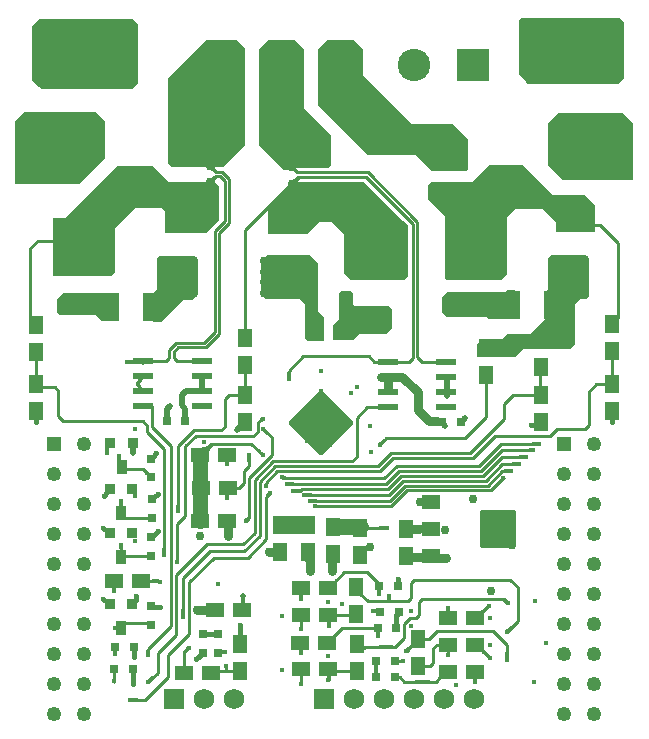
<source format=gbl>
G04 Layer_Physical_Order=4*
G04 Layer_Color=16711680*
%FSLAX25Y25*%
%MOIN*%
G70*
G01*
G75*
%ADD14R,0.06000X0.05000*%
%ADD25R,0.05000X0.06000*%
%ADD26R,0.02756X0.03150*%
%ADD27C,0.01155*%
%ADD28C,0.01000*%
%ADD29C,0.01116*%
%ADD30C,0.01100*%
%ADD31C,0.02000*%
%ADD33C,0.03000*%
%ADD34C,0.05000*%
%ADD35C,0.01800*%
%ADD36C,0.01575*%
%ADD42C,0.06000*%
%ADD43R,0.10827X0.10827*%
%ADD44C,0.10827*%
%ADD45R,0.04921X0.04921*%
%ADD46C,0.04921*%
%ADD47C,0.06890*%
%ADD48R,0.06890X0.06890*%
%ADD49C,0.01969*%
%ADD50C,0.02953*%
%ADD51C,0.01772*%
%ADD52R,0.06299X0.04724*%
G04:AMPARAMS|DCode=53|XSize=129.92mil|YSize=118.11mil|CornerRadius=5.91mil|HoleSize=0mil|Usage=FLASHONLY|Rotation=90.000|XOffset=0mil|YOffset=0mil|HoleType=Round|Shape=RoundedRectangle|*
%AMROUNDEDRECTD53*
21,1,0.12992,0.10630,0,0,90.0*
21,1,0.11811,0.11811,0,0,90.0*
1,1,0.01181,0.05315,0.05906*
1,1,0.01181,0.05315,-0.05906*
1,1,0.01181,-0.05315,-0.05906*
1,1,0.01181,-0.05315,0.05906*
%
%ADD53ROUNDEDRECTD53*%
%ADD54R,0.03600X0.03600*%
%ADD55R,0.03600X0.05000*%
%ADD56R,0.03740X0.09646*%
%ADD57R,0.03150X0.02756*%
%ADD58R,0.07087X0.02362*%
G04:AMPARAMS|DCode=59|XSize=157.48mil|YSize=157.48mil|CornerRadius=7.87mil|HoleSize=0mil|Usage=FLASHONLY|Rotation=225.000|XOffset=0mil|YOffset=0mil|HoleType=Round|Shape=RoundedRectangle|*
%AMROUNDEDRECTD59*
21,1,0.15748,0.14173,0,0,225.0*
21,1,0.14173,0.15748,0,0,225.0*
1,1,0.01575,-0.10022,0.00000*
1,1,0.01575,0.00000,0.10022*
1,1,0.01575,0.10022,0.00000*
1,1,0.01575,0.00000,-0.10022*
%
%ADD59ROUNDEDRECTD59*%
%ADD60C,0.05315*%
%ADD61C,0.03500*%
G36*
X48456Y39294D02*
X48457Y39263D01*
X48473Y39184D01*
X48492Y39117D01*
X48513Y39064D01*
X48537Y39025D01*
X47133D01*
X47156Y39064D01*
X47177Y39117D01*
X47196Y39184D01*
X47212Y39265D01*
X47226Y39360D01*
X47237Y39492D01*
X47255Y40289D01*
X47257Y40928D01*
X48412D01*
X48456Y39294D01*
D02*
G37*
G36*
X136899Y40857D02*
X136878Y40804D01*
X136859Y40737D01*
X136843Y40656D01*
X136829Y40562D01*
X136818Y40430D01*
X136800Y39632D01*
X136798Y38994D01*
X135643D01*
X135598Y40658D01*
X135582Y40737D01*
X135563Y40804D01*
X135542Y40857D01*
X135519Y40897D01*
X136922D01*
X136899Y40857D01*
D02*
G37*
G36*
X111800Y41033D02*
X111853Y41012D01*
X111920Y40993D01*
X112001Y40977D01*
X112096Y40963D01*
X112327Y40943D01*
X112608Y40936D01*
X113287Y40932D01*
Y39777D01*
X112533Y39770D01*
X112001Y39732D01*
X111920Y39716D01*
X111853Y39697D01*
X111800Y39676D01*
X111761Y39652D01*
Y41056D01*
X111800Y41033D01*
D02*
G37*
G36*
X68640Y44499D02*
X68593Y44411D01*
X68550Y44313D01*
X68514Y44205D01*
X68501Y44156D01*
X68484Y44048D01*
X68445Y43624D01*
X68415Y42728D01*
X68413Y42361D01*
X67413D01*
X67411Y42728D01*
X67319Y44181D01*
X67313Y44205D01*
X67276Y44313D01*
X67234Y44411D01*
X67187Y44499D01*
X67133Y44577D01*
X68693D01*
X68640Y44499D01*
D02*
G37*
G36*
X150073Y41142D02*
X149987Y41139D01*
X149898Y41124D01*
X149833Y41106D01*
X149730Y41055D01*
X149602Y40975D01*
X149456Y40870D01*
X149113Y40586D01*
X148700Y40203D01*
X148468Y39974D01*
X148307Y39813D01*
X147439Y40578D01*
X147646Y40785D01*
D01*
X147646Y40785D01*
X147847Y40987D01*
X147864Y40972D01*
X148322Y41363D01*
X148272Y41412D01*
X149250Y42282D01*
X150073Y41142D01*
D02*
G37*
G36*
X97079Y36114D02*
X97095Y36034D01*
X97114Y35967D01*
X97135Y35914D01*
X97159Y35875D01*
X95755D01*
X95778Y35914D01*
X95800Y35967D01*
X95818Y36034D01*
X95834Y36115D01*
X95848Y36210D01*
X95859Y36342D01*
X95877Y37139D01*
X95879Y37778D01*
X97034D01*
X97079Y36114D01*
D02*
G37*
G36*
X99503Y32403D02*
X99425Y32328D01*
X99356Y32268D01*
X99294Y32223D01*
X99241Y32192D01*
X99196Y32175D01*
X99160Y32173D01*
X99131Y32186D01*
X99111Y32213D01*
X99098Y32255D01*
X99094Y32311D01*
X97778Y32299D01*
X97780Y32303D01*
X97790Y32316D01*
X97837Y32366D01*
X98186Y32719D01*
X99503Y32403D01*
D02*
G37*
G36*
X123882Y29143D02*
X124630Y28336D01*
X123940Y27779D01*
X124004Y27710D01*
X123827Y27565D01*
X123825Y27560D01*
X123812Y27530D01*
X123796Y27505D01*
X123779Y27485D01*
X123770Y27519D01*
X122982Y26873D01*
X122209Y28049D01*
X122303Y28048D01*
X122381Y28056D01*
X122447Y28074D01*
X122566Y28126D01*
X122702Y28203D01*
X122852Y28304D01*
X123019Y28430D01*
X123400Y28758D01*
X123844Y29184D01*
X123849Y29178D01*
X123882Y29210D01*
X123882Y29143D01*
D02*
G37*
G36*
X113471Y34431D02*
X113476Y33349D01*
X113476Y33304D01*
X113516Y32611D01*
X113526Y32587D01*
X112124Y32665D01*
X112161Y32716D01*
X112193Y32778D01*
X112222Y32853D01*
X112226Y32868D01*
X112240Y32929D01*
X112260Y33060D01*
X112291Y33409D01*
X112315Y34146D01*
X112316Y34449D01*
X113471Y34431D01*
D02*
G37*
G36*
X88004Y35875D02*
X88024Y35129D01*
X88040Y35050D01*
X88059Y34983D01*
X88080Y34930D01*
X88103Y34891D01*
X86700D01*
X86723Y34930D01*
X86744Y34983D01*
X86763Y35050D01*
X86779Y35131D01*
X86793Y35226D01*
X86804Y35358D01*
X86822Y36155D01*
X86824Y36794D01*
X87979D01*
X88004Y35875D01*
D02*
G37*
G36*
X157986Y34686D02*
X156842Y33477D01*
X156797Y33410D01*
X156763Y33349D01*
X156740Y33296D01*
X156729Y33252D01*
X155736Y34244D01*
X155781Y34256D01*
X155833Y34278D01*
X155894Y34312D01*
X155962Y34358D01*
X156039Y34416D01*
X156140Y34501D01*
X156717Y35052D01*
X157170Y35502D01*
X157986Y34686D01*
D02*
G37*
G36*
X155808Y44186D02*
X156132Y43905D01*
X156201Y43860D01*
X156261Y43826D01*
X156314Y43803D01*
X156358Y43792D01*
X155366Y42799D01*
X155355Y42844D01*
X155332Y42896D01*
X155298Y42957D01*
X155252Y43025D01*
X155195Y43102D01*
X155045Y43280D01*
X154839Y43497D01*
X154359Y43981D01*
X155176Y44798D01*
X155808Y44186D01*
D02*
G37*
G36*
X39843Y50882D02*
X39606Y49497D01*
X39529Y49572D01*
X39444Y49640D01*
X39432Y49648D01*
X39398Y49668D01*
X39272Y49721D01*
X39119Y49767D01*
X38939Y49806D01*
X38730Y49837D01*
X38231Y49880D01*
X37622Y49894D01*
X37649Y50894D01*
X38534Y50852D01*
X38535Y50894D01*
X39843Y50882D01*
D02*
G37*
G36*
X113329Y50074D02*
X111823Y50086D01*
X111796Y50089D01*
X111766Y50098D01*
X111733Y50112D01*
X111696Y50131D01*
X111657Y50157D01*
X111615Y50187D01*
X111521Y50266D01*
X111415Y50367D01*
X112920Y50495D01*
X113329Y50074D01*
D02*
G37*
G36*
X46532Y58698D02*
X46627Y57284D01*
X46629Y57276D01*
X46659Y57196D01*
X46694Y57127D01*
X46732Y57069D01*
X45328D01*
X45367Y57127D01*
X45401Y57196D01*
X45431Y57276D01*
X45458Y57367D01*
X45478Y57463D01*
X45485Y57516D01*
X45519Y58128D01*
X45530Y59032D01*
X46530D01*
X46532Y58698D01*
D02*
G37*
G36*
X27942Y61822D02*
X27921Y61769D01*
X27902Y61702D01*
X27886Y61621D01*
X27872Y61526D01*
X27852Y61295D01*
X27841Y60844D01*
X26686D01*
X26685Y61008D01*
X26641Y61621D01*
X26625Y61702D01*
X26607Y61769D01*
X26586Y61822D01*
X26562Y61861D01*
X27966D01*
X27942Y61822D01*
D02*
G37*
G36*
X42257Y59834D02*
X42272Y59755D01*
X42291Y59688D01*
X42312Y59635D01*
X42336Y59596D01*
X40932D01*
X40956Y59635D01*
X40977Y59688D01*
X40995Y59755D01*
X41012Y59836D01*
X41025Y59931D01*
X41037Y60062D01*
X41054Y60860D01*
X41056Y61498D01*
X42211D01*
X42257Y59834D01*
D02*
G37*
G36*
X99601Y50359D02*
X99181Y49951D01*
X98128Y50507D01*
X98131Y50512D01*
X98142Y50526D01*
X98226Y50615D01*
X98536Y50928D01*
X99601Y50359D01*
D02*
G37*
G36*
X87825Y45361D02*
X87827Y45267D01*
X87843Y45188D01*
X87862Y45121D01*
X87883Y45068D01*
X87907Y45028D01*
X86503D01*
X86526Y45068D01*
X86548Y45121D01*
X86566Y45188D01*
X86582Y45269D01*
X86596Y45364D01*
X86607Y45496D01*
X86625Y46293D01*
X86627Y46931D01*
X87782D01*
X87825Y45361D01*
D02*
G37*
G36*
X117312Y44893D02*
X117291Y44840D01*
X117272Y44773D01*
X117256Y44692D01*
X117243Y44597D01*
X117223Y44366D01*
X117211Y43915D01*
X116056D01*
X116055Y44079D01*
X116012Y44692D01*
X115995Y44773D01*
X115977Y44840D01*
X115956Y44893D01*
X115932Y44932D01*
X117336D01*
X117312Y44893D01*
D02*
G37*
G36*
X108200Y45595D02*
X108245Y45576D01*
X108298Y45544D01*
X108360Y45497D01*
X108429Y45436D01*
X108507Y45361D01*
X107162Y45072D01*
X106754Y45493D01*
X108098Y45480D01*
X108102Y45531D01*
X108115Y45568D01*
X108135Y45591D01*
X108164Y45600D01*
X108200Y45595D01*
D02*
G37*
G36*
X25304Y49020D02*
X25384Y47659D01*
X25402Y47598D01*
X25432Y47518D01*
X25467Y47449D01*
X25505Y47391D01*
X24101D01*
X24140Y47449D01*
X24174Y47518D01*
X24204Y47598D01*
X24230Y47689D01*
X24245Y47757D01*
X24255Y47837D01*
X24282Y48213D01*
X24303Y49353D01*
X25303D01*
X25304Y49020D01*
D02*
G37*
G36*
X113836Y46733D02*
X113846Y46696D01*
X113867Y46643D01*
X113891Y46603D01*
X112487D01*
X112511Y46643D01*
X112532Y46696D01*
X112550Y46763D01*
X112567Y46844D01*
X112579Y46932D01*
X112600Y47365D01*
X112611Y48506D01*
X113767D01*
X113836Y46733D01*
D02*
G37*
G36*
X116229Y29123D02*
X116282Y29102D01*
X116349Y29083D01*
X116430Y29067D01*
X116525Y29054D01*
X116657Y29042D01*
X117455Y29024D01*
X118093Y29022D01*
Y27867D01*
X116429Y27822D01*
X116349Y27806D01*
X116282Y27788D01*
X116229Y27767D01*
X116190Y27743D01*
Y29147D01*
X116229Y29123D01*
D02*
G37*
G36*
X25600Y19353D02*
X25636Y18039D01*
X25646Y17698D01*
X25647Y17687D01*
X25664Y17603D01*
X25684Y17532D01*
X25706Y17474D01*
X25732Y17429D01*
X24330Y17508D01*
X24381Y17575D01*
X24427Y17652D01*
X24467Y17738D01*
X24499Y17824D01*
X24500Y17829D01*
X24527Y17975D01*
X24549Y18151D01*
X24582Y18595D01*
X24600Y19491D01*
X25600Y19353D01*
D02*
G37*
G36*
X145990Y17644D02*
X145993Y17532D01*
X145997Y17413D01*
X146012Y17334D01*
X146031Y17267D01*
X146052Y17213D01*
X146076Y17174D01*
X144672D01*
X144696Y17213D01*
X144717Y17267D01*
X144736Y17334D01*
X144752Y17414D01*
X144765Y17509D01*
X144777Y17641D01*
X144795Y18439D01*
X144797Y19077D01*
X145951D01*
X145990Y17644D01*
D02*
G37*
G36*
X97329Y19755D02*
X97161Y18910D01*
X97159Y18902D01*
X97329Y18869D01*
X97012Y17571D01*
X95786Y18039D01*
X95678Y18065D01*
X95772Y18143D01*
X95857Y18245D01*
X95931Y18373D01*
X95996Y18527D01*
X96050Y18706D01*
X96095Y18910D01*
X96130Y19139D01*
X96155Y19394D01*
X96175Y19980D01*
X97329Y19755D01*
D02*
G37*
G36*
X63036Y21321D02*
X63008Y21265D01*
X62983Y21198D01*
X62961Y21119D01*
X62943Y21028D01*
X62928Y20925D01*
X62908Y20685D01*
X62902Y20397D01*
X62149D01*
X62205Y20200D01*
Y19700D01*
X60998Y20700D01*
X61760Y20713D01*
X61888Y20722D01*
X61875Y20925D01*
X61860Y21028D01*
X61842Y21119D01*
X61820Y21198D01*
X61795Y21265D01*
X61767Y21321D01*
X61735Y21365D01*
X63068D01*
X63036Y21321D01*
D02*
G37*
G36*
X112883Y20385D02*
X112862Y20332D01*
X112843Y20265D01*
X112827Y20184D01*
X112813Y20089D01*
X112802Y19957D01*
X112784Y19160D01*
X112782Y18521D01*
X111627D01*
X111582Y20186D01*
X111566Y20265D01*
X111548Y20332D01*
X111526Y20385D01*
X111503Y20424D01*
X112907D01*
X112883Y20385D01*
D02*
G37*
G36*
X133786Y17504D02*
X133783Y17499D01*
X133771Y17485D01*
X133686Y17395D01*
X133378Y17084D01*
X132923Y18262D01*
X133343Y18670D01*
X133786Y17504D01*
D02*
G37*
G36*
X127854Y16732D02*
X127314Y16030D01*
X127275Y16054D01*
X127222Y16075D01*
X127155Y16094D01*
X127075Y16110D01*
X125411Y16155D01*
Y17310D01*
X126049Y17312D01*
X126847Y17330D01*
X126979Y17341D01*
X127074Y17355D01*
X127155Y17371D01*
X127222Y17389D01*
X127275Y17411D01*
X127314Y17434D01*
X127854Y16732D01*
D02*
G37*
G36*
X30993Y11407D02*
X31046Y11385D01*
X31113Y11367D01*
X31194Y11351D01*
X31289Y11337D01*
X31421Y11326D01*
X32218Y11308D01*
X32857Y11306D01*
Y10151D01*
X31192Y10106D01*
X31113Y10090D01*
X31046Y10071D01*
X30993Y10050D01*
X30954Y10026D01*
Y11430D01*
X30993Y11407D01*
D02*
G37*
G36*
X128434Y17411D02*
X128487Y17389D01*
X128554Y17371D01*
X128635Y17355D01*
X128730Y17341D01*
X128862Y17330D01*
X129659Y17312D01*
X130298Y17310D01*
Y16155D01*
X128633Y16110D01*
X128554Y16094D01*
X128487Y16075D01*
X128434Y16054D01*
X128395Y16030D01*
X127854Y16732D01*
X128395Y17434D01*
X128434Y17411D01*
D02*
G37*
G36*
X38553Y18052D02*
X37409Y16843D01*
X37364Y16776D01*
X37329Y16715D01*
X37307Y16662D01*
X37296Y16618D01*
X36303Y17611D01*
X36348Y17622D01*
X36400Y17644D01*
X36461Y17679D01*
X36529Y17724D01*
X36606Y17782D01*
X36707Y17867D01*
X37284Y18418D01*
X37737Y18868D01*
X38553Y18052D01*
D02*
G37*
G36*
X88023Y16854D02*
X88024Y16822D01*
X88040Y16743D01*
X88059Y16676D01*
X88080Y16623D01*
X88103Y16584D01*
X86700D01*
X86723Y16623D01*
X86744Y16676D01*
X86763Y16743D01*
X86779Y16824D01*
X86793Y16919D01*
X86804Y17051D01*
X86809Y17267D01*
X86822Y17848D01*
X86824Y18487D01*
X87979D01*
X88023Y16854D01*
D02*
G37*
G36*
X112840Y21681D02*
X112843Y21664D01*
X112862Y21597D01*
X112883Y21544D01*
X112907Y21505D01*
X111503D01*
X111526Y21544D01*
X111548Y21597D01*
X111566Y21664D01*
X111582Y21745D01*
X111596Y21840D01*
X111604Y21928D01*
X111618Y22268D01*
X111627Y23408D01*
X112782D01*
X112840Y21681D01*
D02*
G37*
G36*
X36898Y27181D02*
X36941Y26568D01*
X36957Y26487D01*
X36976Y26420D01*
X36997Y26367D01*
X37021Y26328D01*
X35617D01*
X35641Y26367D01*
X35662Y26420D01*
X35680Y26487D01*
X35697Y26568D01*
X35710Y26663D01*
X35730Y26894D01*
X35741Y27345D01*
X36896D01*
X36898Y27181D01*
D02*
G37*
G36*
X50114Y27271D02*
X50046Y27257D01*
X49973Y27233D01*
X49896Y27198D01*
X49837Y27162D01*
X49730Y27086D01*
X49468Y26872D01*
X49143Y26575D01*
X48754Y26196D01*
X48046Y26903D01*
X48246Y27106D01*
X49013Y27986D01*
X49048Y28045D01*
X49083Y28123D01*
X49108Y28196D01*
X49122Y28264D01*
X50114Y27271D01*
D02*
G37*
G36*
X25813Y26894D02*
X25820Y26665D01*
X25835Y26586D01*
X25854Y26519D01*
X25875Y26465D01*
X25899Y26426D01*
X24495D01*
X24519Y26465D01*
X24540Y26519D01*
X24558Y26586D01*
X24575Y26667D01*
X24588Y26761D01*
X24600Y26893D01*
X24617Y27691D01*
X24619Y28329D01*
X25774D01*
X25813Y26894D01*
D02*
G37*
G36*
X115109Y27743D02*
X115070Y27767D01*
X115017Y27788D01*
X114950Y27806D01*
X114869Y27823D01*
X114774Y27836D01*
X114642Y27848D01*
X113845Y27865D01*
X113206Y27867D01*
Y29022D01*
X113279Y29024D01*
X114871Y29068D01*
X114950Y29083D01*
X115017Y29102D01*
X115070Y29123D01*
X115109Y29147D01*
Y27743D01*
D02*
G37*
G36*
X87923Y27351D02*
X87926Y27255D01*
X87942Y27176D01*
X87960Y27109D01*
X87981Y27056D01*
X88005Y27017D01*
X86601D01*
X86625Y27056D01*
X86646Y27109D01*
X86665Y27176D01*
X86681Y27257D01*
X86695Y27352D01*
X86706Y27484D01*
X86724Y28281D01*
X86726Y28920D01*
X87881D01*
X87923Y27351D01*
D02*
G37*
G36*
X137002Y26903D02*
X137040Y26371D01*
X137056Y26290D01*
X137074Y26223D01*
X137096Y26170D01*
X137119Y26131D01*
X135715D01*
X135739Y26170D01*
X135760Y26223D01*
X135779Y26290D01*
X135795Y26371D01*
X135809Y26466D01*
X135829Y26697D01*
X135836Y26979D01*
X135840Y27657D01*
X136995D01*
X137002Y26903D01*
D02*
G37*
G36*
X54275Y25122D02*
X54271Y25116D01*
X54255Y25098D01*
X53718Y24554D01*
X52408Y25470D01*
X52977Y26027D01*
X54275Y25122D01*
D02*
G37*
G36*
X120621Y22822D02*
X120582Y22845D01*
X120529Y22866D01*
X120462Y22885D01*
X120381Y22901D01*
X120286Y22915D01*
X120154Y22926D01*
X119357Y22944D01*
X118718Y22946D01*
Y24101D01*
X120382Y24146D01*
X120462Y24162D01*
X120529Y24181D01*
X120582Y24202D01*
X120621Y24226D01*
Y22822D01*
D02*
G37*
G36*
X148304Y27404D02*
X148330Y27381D01*
X148909Y26807D01*
X148910Y26808D01*
X149735Y26027D01*
X150119Y25663D01*
X150186Y25618D01*
X150247Y25584D01*
X150300Y25561D01*
X150344Y25550D01*
X149351Y24557D01*
X149340Y24602D01*
X149318Y24655D01*
X149284Y24715D01*
X149238Y24784D01*
X149180Y24860D01*
X149095Y24962D01*
X149068Y24990D01*
X148544Y25538D01*
X148094Y25991D01*
X148198Y26096D01*
X148248Y26145D01*
X148044Y26041D01*
X147636Y26461D01*
X148295Y27411D01*
X148304Y27404D01*
D02*
G37*
G36*
X61566Y25971D02*
X61527Y25995D01*
X61474Y26016D01*
X61406Y26035D01*
X61326Y26051D01*
X61320Y26052D01*
X61052Y26073D01*
X60143Y26095D01*
X59842Y26096D01*
Y27251D01*
X61499Y27341D01*
X61527Y27351D01*
X61566Y27375D01*
Y25971D01*
D02*
G37*
G36*
X156522Y25122D02*
X156528Y24893D01*
X156544Y24814D01*
X156563Y24747D01*
X156584Y24694D01*
X156607Y24655D01*
X155204D01*
X155227Y24694D01*
X155248Y24747D01*
X155267Y24814D01*
X155283Y24895D01*
X155297Y24990D01*
X155308Y25122D01*
X155326Y25919D01*
X155328Y26557D01*
X156483D01*
X156522Y25122D01*
D02*
G37*
G36*
X93000Y156400D02*
Y140200D01*
X94800Y138400D01*
Y130800D01*
X94500Y130500D01*
X89400D01*
X88600Y131300D01*
Y141800D01*
Y142800D01*
X87000Y144400D01*
X75300D01*
X74800Y144900D01*
X73800Y145900D01*
X73800Y156800D01*
X76000Y159000D01*
X90400Y159000D01*
X93000Y156400D01*
D02*
G37*
G36*
X30015Y124098D02*
X30074Y124072D01*
X30146Y124050D01*
X30231Y124030D01*
X30328Y124013D01*
X30444Y124001D01*
X30554Y123994D01*
X31895Y123975D01*
Y122875D01*
X30154Y122802D01*
X30146Y122801D01*
X30074Y122778D01*
X30015Y122752D01*
X29969Y122723D01*
Y124127D01*
X30015Y124098D01*
D02*
G37*
G36*
X104500Y146500D02*
Y142600D01*
X105100Y142000D01*
X116600D01*
X117600Y141000D01*
Y134600D01*
X117300Y134300D01*
X115600Y132600D01*
X106600D01*
X104600Y130600D01*
X98000D01*
X97800Y130800D01*
Y135500D01*
X100100Y137800D01*
Y138600D01*
Y146500D01*
X100600Y147000D01*
X104000D01*
X104500Y146500D01*
D02*
G37*
G36*
X51900Y158800D02*
X52900Y157800D01*
X52900Y145800D01*
X51000Y143900D01*
X47800D01*
X40700Y136800D01*
X38300D01*
X38100Y137000D01*
X36400Y138700D01*
Y142700D01*
Y144800D01*
X38300Y146700D01*
X39300Y147700D01*
Y158100D01*
X40000Y158800D01*
X51900Y158800D01*
D02*
G37*
G36*
X183400Y157800D02*
Y145500D01*
X182400Y144500D01*
X180600D01*
X178700Y142600D01*
Y129400D01*
X177100Y127700D01*
X161400D01*
X158700Y125000D01*
X146100D01*
Y129400D01*
X147666Y130965D01*
X154200D01*
X156035Y132800D01*
X163923Y132800D01*
X169100Y137977D01*
X169100Y146900D01*
X169700Y147500D01*
Y157200D01*
Y158000D01*
X170600Y158900D01*
X182300D01*
X183400Y157800D01*
D02*
G37*
G36*
X83890Y118496D02*
X83906Y118416D01*
X83925Y118349D01*
X83946Y118296D01*
X83970Y118257D01*
X82566D01*
X82589Y118296D01*
X82611Y118349D01*
X82629Y118416D01*
X82645Y118497D01*
X82659Y118592D01*
X82670Y118724D01*
X82688Y119521D01*
X82690Y120160D01*
X83845D01*
X83890Y118496D01*
D02*
G37*
G36*
X75594Y101054D02*
X75617Y101002D01*
X75651Y100941D01*
X75697Y100872D01*
X75754Y100796D01*
X75839Y100694D01*
X76391Y100118D01*
X76841Y99665D01*
X76024Y98848D01*
X74815Y99993D01*
X74748Y100038D01*
X74687Y100072D01*
X74635Y100095D01*
X74590Y100106D01*
X75583Y101099D01*
X75594Y101054D01*
D02*
G37*
G36*
X115636Y97019D02*
X114491Y95811D01*
X114446Y95743D01*
X114412Y95683D01*
X114390Y95630D01*
X114378Y95586D01*
X113386Y96578D01*
X113430Y96589D01*
X113483Y96612D01*
X113543Y96646D01*
X113612Y96692D01*
X113689Y96749D01*
X113790Y96835D01*
X114366Y97386D01*
X114819Y97836D01*
X115636Y97019D01*
D02*
G37*
G36*
X74606Y103352D02*
X74487Y103360D01*
X74371Y103357D01*
X74256Y103342D01*
X74144Y103316D01*
X74034Y103279D01*
X73943Y103238D01*
X73814Y103150D01*
X73670Y103039D01*
X73349Y102756D01*
X73172Y102584D01*
X72465Y103291D01*
X72909Y103663D01*
X72877Y103702D01*
X73882Y104560D01*
X74606Y103352D01*
D02*
G37*
G36*
X34945Y117927D02*
X34732Y117708D01*
X34381Y117301D01*
X34243Y117114D01*
X34130Y116938D01*
X34041Y116773D01*
X33978Y116620D01*
X33940Y116477D01*
X33926Y116345D01*
X33938Y116225D01*
X33853Y116277D01*
X32648Y116822D01*
X32894Y117224D01*
X32662Y117278D01*
X32683Y117299D01*
X32759Y117385D01*
X32758Y117386D01*
X32994D01*
X33346Y117962D01*
X33488Y117866D01*
X33972Y118588D01*
X34945Y117927D01*
D02*
G37*
G36*
X33926Y115742D02*
X33940Y115610D01*
X33978Y115467D01*
X34041Y115313D01*
X34130Y115148D01*
X34243Y114973D01*
X34381Y114786D01*
X34544Y114588D01*
X34945Y114159D01*
X33972Y113498D01*
X33488Y114221D01*
X33346Y114125D01*
X32986Y114712D01*
X32758D01*
X32662Y114808D01*
X32894Y114863D01*
X32648Y115265D01*
X33853Y115810D01*
X33938Y115862D01*
X33926Y115742D01*
D02*
G37*
G36*
X26600Y145900D02*
Y137000D01*
X26500Y136900D01*
X21000D01*
X19400Y138500D01*
X18900Y139000D01*
X6900D01*
X5800Y140100D01*
Y144500D01*
X5900D01*
X7900Y146500D01*
X26000D01*
X26600Y145900D01*
D02*
G37*
G36*
X107874Y227559D02*
Y218898D01*
X124016Y202756D01*
X125197Y202756D01*
X137795D01*
X142913Y197638D01*
Y187795D01*
X142126Y187008D01*
X131102Y187008D01*
X125610Y192500D01*
X109500D01*
X92913Y209087D01*
X92913Y219291D01*
X92913Y227559D01*
X96063Y230709D01*
X104724D01*
X107874Y227559D01*
D02*
G37*
G36*
X88189D02*
X88189Y207874D01*
X97441Y198622D01*
X97441Y189075D01*
X96331Y187965D01*
X86600D01*
X85833Y187864D01*
X85778Y187841D01*
X85779Y187840D01*
X85804Y187807D01*
X85847Y187756D01*
X86202Y187380D01*
X86661Y186916D01*
X85884Y186139D01*
X84944Y187028D01*
X85744Y187827D01*
X85297Y187642D01*
X85286Y187640D01*
X85279Y187635D01*
X85270Y187634D01*
X85260Y187627D01*
X85118Y187568D01*
X84901Y187401D01*
X84252Y187401D01*
X81496Y187402D01*
X73228Y195669D01*
X73228Y227559D01*
X76378Y230709D01*
X85039D01*
X88189Y227559D01*
D02*
G37*
G36*
X68494Y227939D02*
Y195656D01*
X61210Y188372D01*
X58519Y188372D01*
X58578Y188224D01*
X58666Y188041D01*
X58766Y187862D01*
X58881Y187687D01*
X59009Y187515D01*
X59150Y187348D01*
X59298Y187192D01*
X59337Y187153D01*
X58547Y186363D01*
X58508Y186402D01*
X58352Y186550D01*
X58185Y186691D01*
X58013Y186819D01*
X57838Y186934D01*
X57659Y187034D01*
X57476Y187122D01*
X57289Y187196D01*
X57099Y187256D01*
X56904Y187303D01*
X56705Y187337D01*
X57741Y188372D01*
X44281Y188373D01*
X43100Y189553D01*
X43100Y217900D01*
X55895Y230695D01*
X65738D01*
X68494Y227939D01*
D02*
G37*
G36*
X193400Y238100D02*
X194900Y236600D01*
X194900Y217800D01*
X194800Y217700D01*
X193100Y216000D01*
X163000D01*
X162200Y216800D01*
X159800Y219200D01*
Y237200D01*
X160700Y238100D01*
X193400Y238100D01*
D02*
G37*
G36*
X30800Y237700D02*
X31200D01*
X32800Y236100D01*
Y216100D01*
X32700Y216000D01*
X31000Y214300D01*
X900D01*
X100Y215100D01*
X-2300Y217500D01*
Y235500D01*
X-100Y237700D01*
X30800Y237700D01*
D02*
G37*
G36*
X194583Y206500D02*
X198100Y202983D01*
X198100Y184359D01*
X197600Y183900D01*
X174500Y183900D01*
X169500Y188900D01*
Y203100D01*
X172900Y206500D01*
X194583Y206500D01*
D02*
G37*
G36*
X87008Y184592D02*
X86778Y184357D01*
X86006Y183467D01*
X86004Y183465D01*
X108268D01*
X121260Y170472D01*
X122835Y168898D01*
Y151969D01*
X121653Y150787D01*
X103937D01*
X101575Y153150D01*
X101575Y166142D01*
X97638Y170079D01*
X93307Y170079D01*
X89370Y166142D01*
X76378D01*
Y170472D01*
Y175591D01*
X84252Y183465D01*
X85474D01*
X84691Y184247D01*
X84757Y184249D01*
X84842Y184276D01*
X84945Y184328D01*
X85067Y184406D01*
X85208Y184509D01*
X85545Y184792D01*
X85957Y185178D01*
X86192Y185408D01*
X87008Y184592D01*
D02*
G37*
G36*
X160200Y145800D02*
X160200Y138300D01*
X159500Y137600D01*
X149900Y137600D01*
X149000Y138500D01*
X135600D01*
X135500Y138600D01*
X134400Y139700D01*
Y145100D01*
X136000Y146700D01*
X155400Y146700D01*
X156000Y147300D01*
X158700Y147300D01*
X160200Y145800D01*
D02*
G37*
G36*
X42987Y183496D02*
X57873Y183496D01*
X56705Y184663D01*
X56904Y184697D01*
X57099Y184744D01*
X57289Y184804D01*
X57476Y184878D01*
X57659Y184966D01*
X57838Y185066D01*
X58013Y185181D01*
X58185Y185309D01*
X58352Y185450D01*
X58508Y185598D01*
X58547Y185637D01*
X59337Y184847D01*
X59298Y184808D01*
X59150Y184652D01*
X59009Y184485D01*
X58881Y184313D01*
X58766Y184138D01*
X58666Y183959D01*
X58578Y183776D01*
X58504Y183589D01*
X58444Y183398D01*
X58424Y183316D01*
X59818Y181921D01*
X59818Y170504D01*
X55487Y166173D01*
X42102D01*
Y170110D01*
Y173654D01*
X40920Y174835D01*
X31865Y174835D01*
X25172Y168142D01*
X25172Y153181D01*
X23991Y152000D01*
X4700Y152000D01*
X4700Y171291D01*
X8637Y171291D01*
X20842Y183496D01*
X25861Y188516D01*
X37968Y188516D01*
X42987Y183496D01*
D02*
G37*
G36*
X22000Y203600D02*
X22000Y191291D01*
X13509Y182800D01*
X-7900D01*
X-7900Y203616D01*
X-4716Y206800D01*
X18800Y206800D01*
X22000Y203600D01*
D02*
G37*
G36*
X166732Y183465D02*
X171161Y179035D01*
X181988Y179035D01*
X185433Y175591D01*
Y166535D01*
X172441D01*
Y169980D01*
X168012Y174409D01*
X158661Y174409D01*
X155905Y171653D01*
Y152756D01*
X153937Y150787D01*
X135827D01*
X135433Y151181D01*
Y162992D01*
X135433Y171667D01*
X129528Y177573D01*
X129528Y182283D01*
X130709Y183465D01*
X144587D01*
X150098Y188976D01*
X161220D01*
X166732Y183465D01*
D02*
G37*
G36*
X166192Y95298D02*
X166153Y95322D01*
X166100Y95343D01*
X166033Y95362D01*
X165952Y95378D01*
X165857Y95391D01*
X165725Y95403D01*
X164927Y95420D01*
X164289Y95423D01*
Y96578D01*
X164323Y96578D01*
X165953Y96623D01*
X166033Y96639D01*
X166100Y96657D01*
X166153Y96678D01*
X166192Y96702D01*
Y95298D01*
D02*
G37*
G36*
X63220Y78665D02*
X63221Y78633D01*
X63237Y78554D01*
X63256Y78487D01*
X63277Y78434D01*
X63300Y78395D01*
X61897D01*
X61920Y78434D01*
X61941Y78487D01*
X61960Y78554D01*
X61976Y78635D01*
X61990Y78730D01*
X62001Y78862D01*
X62019Y79659D01*
X62021Y80298D01*
X63176D01*
X63220Y78665D01*
D02*
G37*
G36*
X77181Y78748D02*
X77137Y78737D01*
X77084Y78714D01*
X77024Y78680D01*
X76955Y78634D01*
X76878Y78577D01*
X76701Y78427D01*
X76374Y78116D01*
X75557Y78933D01*
X75672Y79050D01*
X76075Y79514D01*
X76121Y79583D01*
X76155Y79643D01*
X76177Y79696D01*
X76188Y79740D01*
X77181Y78748D01*
D02*
G37*
G36*
X88965Y79812D02*
X89019Y79791D01*
X89086Y79772D01*
X89166Y79756D01*
X89261Y79742D01*
X89393Y79731D01*
X90191Y79713D01*
X90829Y79711D01*
Y78556D01*
X89165Y78511D01*
X89086Y78495D01*
X89019Y78477D01*
X88965Y78456D01*
X88926Y78432D01*
Y79836D01*
X88965Y79812D01*
D02*
G37*
G36*
X83934Y83330D02*
X83947Y83286D01*
X84820Y83330D01*
X85139Y82175D01*
X84807Y82173D01*
X83481Y82086D01*
X83455Y82079D01*
X83389Y82056D01*
X83310Y82020D01*
X83242Y81979D01*
X83185Y81933D01*
X83047Y83331D01*
X83934Y83330D01*
D02*
G37*
G36*
X85028Y81092D02*
X85082Y81071D01*
X85149Y81052D01*
X85229Y81036D01*
X85308Y81024D01*
X85750Y81003D01*
X86889Y80991D01*
Y79836D01*
X85110Y79764D01*
X85082Y79756D01*
X85028Y79735D01*
X84989Y79712D01*
Y81115D01*
X85028Y81092D01*
D02*
G37*
G36*
X90737Y77844D02*
X90790Y77823D01*
X90857Y77804D01*
X90938Y77788D01*
X91033Y77774D01*
X91165Y77763D01*
X91962Y77745D01*
X92601Y77743D01*
Y76588D01*
X90936Y76543D01*
X90857Y76527D01*
X90790Y76508D01*
X90737Y76487D01*
X90698Y76463D01*
Y77867D01*
X90737Y77844D01*
D02*
G37*
G36*
X70309Y70969D02*
X70194Y70852D01*
X69792Y70386D01*
X69746Y70317D01*
X69711Y70255D01*
X69688Y70201D01*
X69677Y70155D01*
X68679Y71153D01*
X68725Y71165D01*
X68779Y71188D01*
X68840Y71222D01*
X68910Y71268D01*
X68987Y71326D01*
X69166Y71475D01*
X69375Y71670D01*
X69492Y71785D01*
X70309Y70969D01*
D02*
G37*
G36*
X115306Y67408D02*
X115267Y67432D01*
X115214Y67453D01*
X115147Y67472D01*
X115066Y67488D01*
X114971Y67502D01*
X114839Y67513D01*
X114042Y67531D01*
X113403Y67533D01*
Y68688D01*
X115068Y68733D01*
X115147Y68749D01*
X115214Y68767D01*
X115267Y68788D01*
X115306Y68812D01*
Y67408D01*
D02*
G37*
G36*
X46980Y74531D02*
X46981Y74499D01*
X46997Y74420D01*
X47015Y74353D01*
X47037Y74300D01*
X47060Y74261D01*
X45656D01*
X45680Y74300D01*
X45701Y74353D01*
X45720Y74420D01*
X45736Y74501D01*
X45750Y74596D01*
X45761Y74728D01*
X45779Y75525D01*
X45781Y76164D01*
X46936D01*
X46980Y74531D01*
D02*
G37*
G36*
X28041Y76389D02*
X28019Y76336D01*
X28001Y76269D01*
X27984Y76188D01*
X27971Y76093D01*
X27959Y75961D01*
X27942Y75164D01*
X27940Y74525D01*
X26785D01*
X26740Y76190D01*
X26724Y76269D01*
X26705Y76336D01*
X26684Y76389D01*
X26660Y76428D01*
X28064D01*
X28041Y76389D01*
D02*
G37*
G36*
X92607Y75875D02*
X92660Y75854D01*
X92727Y75835D01*
X92808Y75819D01*
X92903Y75805D01*
X93035Y75794D01*
X93832Y75776D01*
X94471Y75774D01*
Y74619D01*
X92807Y74574D01*
X92727Y74558D01*
X92660Y74540D01*
X92607Y74519D01*
X92568Y74495D01*
Y75899D01*
X92607Y75875D01*
D02*
G37*
G36*
X154839Y83669D02*
X154794Y83658D01*
X154742Y83635D01*
X154681Y83601D01*
X154612Y83555D01*
X154536Y83498D01*
X154434Y83413D01*
X153858Y82861D01*
X153405Y82411D01*
X152588Y83228D01*
X152686Y83331D01*
X153006Y83669D01*
X153733Y84437D01*
X153778Y84504D01*
X153812Y84565D01*
X153835Y84617D01*
X153846Y84662D01*
X154839Y83669D01*
D02*
G37*
G36*
X58086Y95753D02*
X57775Y95424D01*
X57493Y95083D01*
X57238Y94731D01*
X57010Y94367D01*
X56810Y93993D01*
X56638Y93607D01*
X56494Y93209D01*
X56376Y92801D01*
X56287Y92381D01*
X56225Y91951D01*
X53466Y94709D01*
X53897Y94771D01*
X54317Y94861D01*
X54725Y94978D01*
X55122Y95122D01*
X55508Y95295D01*
X55883Y95495D01*
X56246Y95722D01*
X56598Y95977D01*
X56939Y96260D01*
X57269Y96570D01*
X58086Y95753D01*
D02*
G37*
G36*
X161861Y90932D02*
X161822Y90956D01*
X161769Y90977D01*
X161702Y90995D01*
X161621Y91012D01*
X161526Y91025D01*
X161394Y91037D01*
X160597Y91054D01*
X159958Y91056D01*
Y92211D01*
X161623Y92256D01*
X161702Y92272D01*
X161769Y92291D01*
X161822Y92312D01*
X161861Y92336D01*
Y90932D01*
D02*
G37*
G36*
X73978Y93810D02*
X74397Y93412D01*
X74464Y93368D01*
X74525Y93333D01*
X74578Y93311D01*
X74622Y93300D01*
X73629Y92307D01*
X73618Y92352D01*
X73596Y92404D01*
X73562Y92465D01*
X73516Y92533D01*
X73458Y92610D01*
X73373Y92711D01*
X72822Y93288D01*
X72372Y93741D01*
X73189Y94557D01*
X73978Y93810D01*
D02*
G37*
G36*
X23144Y94555D02*
X23162Y93889D01*
X23178Y93810D01*
X23197Y93743D01*
X23218Y93690D01*
X23241Y93651D01*
X21837D01*
X21861Y93690D01*
X21882Y93743D01*
X21901Y93810D01*
X21917Y93891D01*
X21931Y93986D01*
X21942Y94118D01*
X21960Y94915D01*
X21962Y95554D01*
X23117D01*
X23144Y94555D01*
D02*
G37*
G36*
X164125Y93196D02*
X164086Y93219D01*
X164033Y93240D01*
X163966Y93259D01*
X163885Y93275D01*
X163790Y93289D01*
X163658Y93300D01*
X162861Y93318D01*
X162222Y93320D01*
Y94475D01*
X163886Y94520D01*
X163966Y94536D01*
X164033Y94555D01*
X164086Y94576D01*
X164125Y94600D01*
Y93196D01*
D02*
G37*
G36*
X70462Y91743D02*
X70441Y91690D01*
X70422Y91623D01*
X70406Y91542D01*
X70392Y91447D01*
X70381Y91315D01*
X70363Y90518D01*
X70361Y89880D01*
X69206D01*
X69161Y91544D01*
X69145Y91623D01*
X69126Y91690D01*
X69105Y91743D01*
X69081Y91782D01*
X70485D01*
X70462Y91743D01*
D02*
G37*
G36*
X36852Y86197D02*
X35851Y85589D01*
X35845Y85592D01*
X35832Y85603D01*
X35742Y85688D01*
X35430Y85997D01*
X36444Y86617D01*
X36852Y86197D01*
D02*
G37*
G36*
X81752Y85434D02*
X81759Y85427D01*
X81787Y85403D01*
X81862Y85351D01*
X81975Y85297D01*
X82109Y85250D01*
X82267Y85210D01*
X82446Y85177D01*
X82649Y85152D01*
X83122Y85123D01*
X83392Y85120D01*
Y83965D01*
X82686Y84051D01*
X82681Y83965D01*
X81364Y84132D01*
X81690Y85501D01*
X81752Y85434D01*
D02*
G37*
G36*
X156842Y86404D02*
X156802Y86428D01*
X156749Y86449D01*
X156682Y86468D01*
X156601Y86484D01*
X156506Y86498D01*
X156375Y86509D01*
X155577Y86527D01*
X154938Y86529D01*
Y87684D01*
X156603Y87729D01*
X156682Y87745D01*
X156749Y87763D01*
X156802Y87785D01*
X156842Y87808D01*
Y86404D01*
D02*
G37*
G36*
X27278Y91420D02*
X27257Y91367D01*
X27239Y91300D01*
X27222Y91219D01*
X27216Y91173D01*
X27198Y90924D01*
X27178Y89651D01*
X26022D01*
X25941Y91372D01*
X25922Y91420D01*
X25898Y91460D01*
X27302D01*
X27278Y91420D01*
D02*
G37*
G36*
X159499Y88668D02*
X159460Y88692D01*
X159407Y88713D01*
X159340Y88732D01*
X159259Y88748D01*
X159164Y88762D01*
X159032Y88773D01*
X158235Y88791D01*
X157596Y88793D01*
Y89948D01*
X159260Y89993D01*
X159340Y90009D01*
X159407Y90027D01*
X159460Y90048D01*
X159499Y90072D01*
Y88668D01*
D02*
G37*
D14*
X136319Y19980D02*
D03*
X145319Y19980D02*
D03*
X136319Y28937D02*
D03*
X145319Y28937D02*
D03*
X136319Y38091D02*
D03*
X145319Y38091D02*
D03*
X96205Y48031D02*
D03*
X87205Y48031D02*
D03*
X96358Y20881D02*
D03*
X87358Y20881D02*
D03*
X96106Y29823D02*
D03*
X87106Y29823D02*
D03*
X96303Y38878D02*
D03*
X87303D02*
D03*
X100800Y132900D02*
D03*
X91800D02*
D03*
X67495Y40764D02*
D03*
X58495Y40764D02*
D03*
X57400Y19700D02*
D03*
X48400D02*
D03*
X24957Y50197D02*
D03*
X33957Y50197D02*
D03*
X53838Y81299D02*
D03*
X62839Y81299D02*
D03*
X53740Y92224D02*
D03*
X62740D02*
D03*
X62642Y70276D02*
D03*
X53642Y70276D02*
D03*
D25*
X126358Y30881D02*
D03*
Y21881D02*
D03*
X105905Y29472D02*
D03*
X105905Y20472D02*
D03*
X105610Y48469D02*
D03*
X105610Y39469D02*
D03*
X122343Y58716D02*
D03*
X122343Y67716D02*
D03*
X97905Y59220D02*
D03*
Y68220D02*
D03*
X106862Y68122D02*
D03*
X106862Y59122D02*
D03*
X167200Y112200D02*
D03*
Y103200D02*
D03*
X190975Y116113D02*
D03*
Y107113D02*
D03*
X191073Y136050D02*
D03*
X191073Y127050D02*
D03*
X167300Y130700D02*
D03*
X167300Y121700D02*
D03*
X148800Y127900D02*
D03*
X148800Y118900D02*
D03*
X67000Y20200D02*
D03*
Y29200D02*
D03*
X68566Y131316D02*
D03*
Y122316D02*
D03*
X68665Y112363D02*
D03*
Y103363D02*
D03*
X-935Y135749D02*
D03*
Y126749D02*
D03*
X-917Y116097D02*
D03*
Y107097D02*
D03*
X80287Y59964D02*
D03*
X80287Y68964D02*
D03*
X89724Y59898D02*
D03*
X89724Y68898D02*
D03*
D26*
X119095Y34547D02*
D03*
X112795Y34547D02*
D03*
X112205Y23524D02*
D03*
X118504D02*
D03*
X112205Y18209D02*
D03*
X118504D02*
D03*
X120079Y39862D02*
D03*
X113779D02*
D03*
X119488Y48524D02*
D03*
X113189D02*
D03*
X140500Y103500D02*
D03*
X134201Y103500D02*
D03*
X31399Y21000D02*
D03*
X25100D02*
D03*
X31594Y28445D02*
D03*
X25295D02*
D03*
X48750Y103600D02*
D03*
X42450Y103600D02*
D03*
D27*
X109000Y185000D02*
X124500Y169500D01*
Y124600D02*
Y169500D01*
X123345Y123445D02*
X124500Y124600D01*
X86600Y185000D02*
X109000D01*
X123995Y44795D02*
Y49795D01*
X124987Y50787D01*
X84400Y182800D02*
X86600Y185000D01*
X36042Y99905D02*
Y101958D01*
X34457Y103543D02*
X36042Y101958D01*
X7972Y103543D02*
X34457D01*
X61910Y101772D02*
Y110925D01*
X60728Y100591D02*
X61910Y101772D01*
Y110925D02*
X63347Y112363D01*
X154900Y109400D02*
X157900Y112400D01*
X154900Y104200D02*
Y109400D01*
X143655Y92955D02*
X154900Y104200D01*
X157900Y112400D02*
X165100D01*
X149100Y105100D02*
Y119853D01*
X141900Y97900D02*
X149100Y105100D01*
X115700Y97900D02*
X141900D01*
X117315Y92955D02*
X143655D01*
X112919Y88559D02*
X117315Y92955D01*
X78640Y88559D02*
X112919D01*
X118000Y91300D02*
X144500D01*
X113604Y86904D02*
X118000Y91300D01*
X79325Y86904D02*
X113604D01*
X113500Y95700D02*
X115700Y97900D01*
X148031Y120921D02*
X149100Y119853D01*
X170300Y98700D02*
X172584Y100984D01*
X151900Y98700D02*
X170300D01*
X144500Y91300D02*
X151900Y98700D01*
X172584Y100984D02*
X181791D01*
X166900Y114200D02*
Y121100D01*
X165100Y112400D02*
X166900Y114200D01*
X153939Y96000D02*
X166732D01*
X124987Y50787D02*
X157087D01*
X68566Y131316D02*
Y167366D01*
X77250Y176050D01*
X109839Y125200D02*
X111594Y123445D01*
X87995Y125200D02*
X109839D01*
X83268Y120473D02*
X87995Y125200D01*
X26600Y89651D02*
X27657Y88594D01*
X26600Y89651D02*
Y92000D01*
X116240Y123445D02*
X123345D01*
X187000Y169000D02*
X193000Y163000D01*
Y137977D02*
Y163000D01*
X191073Y136050D02*
X193000Y137977D01*
X184700Y169000D02*
X187000D01*
X49902Y49902D02*
X58169Y58169D01*
X49902Y32579D02*
Y49902D01*
X58169Y58169D02*
X69685D01*
X47835Y51181D02*
X56988Y60335D01*
X47835Y38484D02*
Y51181D01*
X56988Y60335D02*
X68405D01*
X45768Y52461D02*
X55905Y62598D01*
X45768Y32480D02*
Y52461D01*
X55905Y62598D02*
X68012D01*
X51591Y100591D02*
X60728D01*
X46358Y95358D02*
X51591Y100591D01*
X46358Y73721D02*
Y95358D01*
X43996Y35236D02*
Y95504D01*
X37697Y101803D02*
X43996Y95504D01*
X37697Y101803D02*
Y108543D01*
X96457Y48031D02*
X101772Y53347D01*
X118504Y23524D02*
X121161D01*
X113287Y40354D02*
X113779Y39862D01*
X111221Y40354D02*
X113287D01*
X6299Y105217D02*
X7972Y103543D01*
X6299Y105217D02*
Y113681D01*
X36270Y99655D02*
X41634Y94291D01*
X36270Y99655D02*
Y99677D01*
X36042Y99905D02*
X36270Y99677D01*
X34744Y108543D02*
X37697D01*
X41634Y59055D02*
Y94291D01*
X118701Y28445D02*
X121550Y31294D01*
Y36157D01*
X123483Y38091D01*
X112795Y34547D02*
X112894Y34449D01*
X100831Y34547D02*
X112795D01*
X112894Y32185D02*
Y34449D01*
X112795Y32087D02*
X112894Y32185D01*
X122802Y43602D02*
X123995Y44795D01*
X116722Y43602D02*
X122802D01*
X105807Y104823D02*
X109429Y108445D01*
X105807Y91831D02*
Y104823D01*
X104191Y90214D02*
X105807Y91831D01*
X77955Y90214D02*
X104191D01*
X109429Y108445D02*
X116240D01*
X71869Y84128D02*
X77955Y90214D01*
X185630Y116113D02*
X190975D01*
X181791Y100984D02*
X183169Y102362D01*
Y113386D01*
X185630Y115847D01*
Y116113D01*
X62598Y77854D02*
Y81059D01*
X62839Y81299D01*
X68325Y87125D02*
X69784Y88583D01*
X68325Y82874D02*
Y87125D01*
X69784Y88583D02*
Y92323D01*
X71869Y66455D02*
Y84128D01*
X73524Y83443D02*
X78640Y88559D01*
X73524Y65453D02*
Y83443D01*
X69980Y84744D02*
X77461Y92224D01*
X66751Y81299D02*
X68325Y82874D01*
X62839Y81299D02*
X66751D01*
X70768Y96161D02*
X74508Y92421D01*
X69980Y71457D02*
Y84744D01*
X68799Y70276D02*
X69980Y71457D01*
X75689Y78248D02*
X77067Y79626D01*
X75689Y64173D02*
Y78248D01*
X77461Y92224D02*
Y98228D01*
X74705Y100984D02*
X77461Y98228D01*
X57677Y96161D02*
X70768D01*
X75590Y83169D02*
X79325Y86904D01*
X75590Y81988D02*
Y83169D01*
X83268Y117717D02*
Y120473D01*
X92028Y75197D02*
X117421D01*
X122736Y80512D01*
X53740Y92224D02*
X57677Y96161D01*
X68012Y62598D02*
X71869Y66455D01*
X68405Y60335D02*
X73524Y65453D01*
X69685Y58169D02*
X75689Y64173D01*
X33071Y116043D02*
Y116870D01*
Y115217D02*
Y116043D01*
Y115217D02*
X34744Y113543D01*
X33071Y116870D02*
X34744Y118543D01*
X146726Y88787D02*
X153939Y96000D01*
X119309Y88787D02*
X146726D01*
X115064Y84542D02*
X119309Y88787D01*
X147411Y87132D02*
X154177Y93898D01*
X119994Y87132D02*
X147411D01*
X115614Y82752D02*
X119994Y87132D01*
X148097Y85477D02*
X154254Y91634D01*
X120680Y85477D02*
X148097D01*
X116300Y81097D02*
X120680Y85477D01*
X148782Y83822D02*
X154331Y89370D01*
X121365Y83822D02*
X148782D01*
X116677Y79134D02*
X121365Y83822D01*
X149468Y82167D02*
X154407Y87106D01*
X122051Y82167D02*
X149468D01*
X117049Y77165D02*
X122051Y82167D01*
X150689Y80512D02*
X154724Y84547D01*
X122736Y80512D02*
X150689D01*
X154177Y93898D02*
X164665D01*
X154254Y91634D02*
X162402D01*
X154331Y89370D02*
X160039D01*
X154407Y87106D02*
X157382D01*
X110012Y84542D02*
X115064D01*
X82752Y82752D02*
X115614D01*
X87573Y81097D02*
X116300D01*
X88386Y79134D02*
X116677D01*
X90158Y77165D02*
X117049D01*
X43012Y25689D02*
X49902Y32579D01*
X43012Y18504D02*
Y25689D01*
X35138Y10630D02*
X43012Y18504D01*
X39469Y26181D02*
X45768Y32480D01*
X39469Y19783D02*
Y26181D01*
X36417Y16732D02*
X39469Y19783D01*
X86889Y80413D02*
X87573Y81097D01*
X84449Y80413D02*
X86889D01*
X35563Y36417D02*
X36449Y35531D01*
X27776Y36417D02*
X35563D01*
X26103Y34744D02*
X27776Y36417D01*
X36449Y35531D02*
X37992D01*
X30413Y10728D02*
X35039D01*
X35138Y10630D01*
X36319Y27559D02*
X43996Y35236D01*
X110011Y84541D02*
X110012Y84542D01*
X83393Y84541D02*
X110011D01*
X83392Y84542D02*
X83393Y84541D01*
X81403Y84542D02*
X83392D01*
X81004Y84941D02*
X81403Y84542D01*
X82579Y82579D02*
X82752Y82752D01*
X111594Y123445D02*
X116240D01*
X63347Y112363D02*
X68665D01*
X22539Y93110D02*
Y96161D01*
X36319Y25787D02*
Y27559D01*
X5118Y114862D02*
X6299Y113681D01*
X317Y114862D02*
X5118D01*
X-917Y116097D02*
X317Y114862D01*
X107464Y68110D02*
X115847D01*
X107453Y68122D02*
X107464Y68110D01*
X154724Y84547D02*
X154823D01*
X127657Y44390D02*
X154768D01*
X126673Y43406D02*
X127657Y44390D01*
X154768D02*
X156244Y42913D01*
X157087Y50787D02*
X159547Y48327D01*
X125689Y38091D02*
X126673Y39075D01*
Y43406D01*
X123483Y38091D02*
X125689D01*
X115650Y28445D02*
X118701D01*
X108618D02*
X115650D01*
X108224Y28051D02*
X108618Y28445D01*
X106354Y29921D02*
X108224Y28051D01*
X136221Y38780D02*
X136614Y38386D01*
X132480Y28937D02*
X136319D01*
X131398Y27854D02*
X132480Y28937D01*
X131398Y22933D02*
Y27854D01*
X130346Y21881D02*
X131398Y22933D01*
X126358Y21881D02*
X130346D01*
X136417Y27657D02*
X137244Y28484D01*
X136555Y29173D02*
X137244Y28484D01*
X136417Y25591D02*
Y27657D01*
X132579Y33661D02*
X151279D01*
X129798Y30881D02*
X132579Y33661D01*
X126358Y30881D02*
X129798D01*
X87303Y26476D02*
Y29626D01*
X87205Y44488D02*
Y48031D01*
X87402Y34350D02*
Y37598D01*
X155905Y24114D02*
Y29035D01*
X151279Y33661D02*
X155905Y29035D01*
X147933Y26969D02*
X150230Y24672D01*
X149705Y42028D02*
X150098D01*
X146752Y39075D02*
X149705Y42028D01*
X96106Y29823D02*
X100831Y34547D01*
X87402Y16043D02*
Y19291D01*
X122146Y27165D02*
X122643D01*
X118504Y18209D02*
X120180D01*
X121657Y16732D02*
X132209D01*
X120180Y18209D02*
X121657Y16732D01*
X105905Y29472D02*
X106354Y29921D01*
X113189Y46063D02*
Y48524D01*
X112205Y20965D02*
Y23524D01*
Y18209D02*
Y20965D01*
X122643Y27165D02*
X126358Y30881D01*
X109449Y43602D02*
X116722D01*
X116634Y43690D02*
X116722Y43602D01*
X116634Y43690D02*
Y45472D01*
X105610Y47441D02*
X109449Y43602D01*
X109252Y53347D02*
X113287Y49311D01*
X101772Y53347D02*
X109252D01*
X155850Y33366D02*
X159547Y37063D01*
Y48327D01*
X105610Y47441D02*
Y48469D01*
X96205Y48031D02*
X96457D01*
X136221Y38780D02*
Y41437D01*
X136319Y38091D02*
X136614Y38386D01*
X87008Y48228D02*
X87205Y48031D01*
X96303Y38878D02*
X96457Y38724D01*
Y35335D02*
Y38724D01*
X132209Y16732D02*
X136358Y20881D01*
X145374Y16634D02*
Y20865D01*
X145358Y20881D02*
X145374Y20865D01*
X87106Y29823D02*
X87303Y29626D01*
X105020Y38878D02*
X105610Y39469D01*
X96303Y38878D02*
X105020D01*
X96752Y17323D02*
Y20487D01*
X96358Y20881D02*
X96752Y20487D01*
X96767Y20472D01*
X105905D01*
X25197Y34744D02*
X26103D01*
X27165Y58366D02*
X27362Y58563D01*
X27264Y60630D02*
Y62402D01*
Y60630D02*
X28346Y59547D01*
X27362Y58563D02*
X28346Y59547D01*
X27362Y72933D02*
Y76968D01*
X27520Y88457D02*
X27657Y88594D01*
X27520Y88457D02*
X28280Y87697D01*
X34547D02*
X37402Y84842D01*
X28280Y87697D02*
X34547D01*
X25197Y25886D02*
Y29201D01*
X27165Y71752D02*
X27461Y71457D01*
X27362Y58563D02*
X37402D01*
X27461Y71457D02*
X37402D01*
X14900Y66000D02*
X15409D01*
X59842Y26673D02*
X62106D01*
X59646Y26476D02*
X59842Y26673D01*
X-935Y116115D02*
X-917Y116097D01*
X-935Y116115D02*
Y126749D01*
X68566Y112461D02*
X68665Y112363D01*
X68566Y112461D02*
Y122316D01*
X190975Y116113D02*
X191073Y116212D01*
Y127050D01*
X105610Y48469D02*
Y49508D01*
X159000Y180500D02*
X159500Y181000D01*
D28*
X52138Y98638D02*
X71358D01*
X48720Y95221D02*
X52138Y98638D01*
X48720Y72047D02*
Y95221D01*
X74114Y104232D02*
X74705D01*
X72819Y102937D02*
X74114Y104232D01*
X72819Y100098D02*
Y102937D01*
X71358Y98638D02*
X72819Y100098D01*
X46030Y69357D02*
X48720Y72047D01*
X24803Y46850D02*
Y49453D01*
X24508Y49748D02*
X24803Y49453D01*
X24508Y49748D02*
X24957Y50197D01*
X46030Y56529D02*
Y69357D01*
X39469Y50394D02*
X39764Y50098D01*
X34941Y50394D02*
X39469D01*
X62402Y20397D02*
Y21949D01*
X67913Y41330D02*
Y45177D01*
X67421Y40838D02*
X67913Y41330D01*
X67421Y40838D02*
X67495Y40764D01*
X48400Y19700D02*
Y26550D01*
X25100Y16832D02*
Y21000D01*
X25000Y16929D02*
X25003D01*
X25100Y16832D01*
X48400Y26550D02*
X50000Y28150D01*
X62205Y20200D02*
X67000D01*
X57900D02*
X62205D01*
X62402Y20397D01*
X57400Y19700D02*
X57900Y20200D01*
D29*
X43384Y124700D02*
Y127384D01*
X34744Y123543D02*
X42227D01*
X43384Y124700D01*
X44900Y124600D02*
Y126756D01*
X45957Y123543D02*
X54232D01*
X44900Y124600D02*
X45957Y123543D01*
X44900Y126756D02*
X46328Y128184D01*
X55484D01*
X45700Y129700D02*
X54856D01*
X43384Y127384D02*
X45700Y129700D01*
X55484Y128184D02*
X59972Y132672D01*
X54856Y129700D02*
X58456Y133300D01*
Y167056D01*
X59972Y132672D02*
Y166428D01*
X63316Y169772D01*
Y184270D01*
X58456Y167056D02*
X61800Y170400D01*
X60828Y186758D02*
X63316Y184270D01*
X58942Y186758D02*
X60828D01*
X61800Y170400D02*
Y183642D01*
X60200Y185242D02*
X61800Y183642D01*
X56900Y188800D02*
X58942Y186758D01*
Y185242D02*
X60200D01*
X56900Y183200D02*
X58942Y185242D01*
D30*
X126028Y124972D02*
X127555Y123445D01*
X126028Y124972D02*
Y170133D01*
X109633Y186528D02*
X126028Y170133D01*
X86273Y186528D02*
X109633D01*
X127555Y123445D02*
X135728D01*
X84400Y188400D02*
X86273Y186528D01*
X34272Y123425D02*
X34597Y123100D01*
X-300Y163800D02*
X5100D01*
X-2900Y161200D02*
X-300Y163800D01*
X-2900Y137713D02*
Y161200D01*
Y137713D02*
X-935Y135749D01*
X29429Y123425D02*
X34272D01*
D31*
X48750Y103600D02*
Y107750D01*
X47600Y108900D02*
X48750Y107750D01*
X136000Y112000D02*
Y118173D01*
X135728Y118445D02*
X136000Y118173D01*
X65939Y100638D02*
X68665Y103363D01*
X134201Y103200D02*
X135401Y102000D01*
X140500Y103500D02*
X140800D01*
X142000Y104700D01*
X48843Y113543D02*
X54232D01*
X47600Y112300D02*
X48843Y113543D01*
X47600Y108900D02*
Y112300D01*
X54232Y113543D02*
Y118543D01*
X42450Y107650D02*
X43500Y108700D01*
X42450Y103600D02*
Y107650D01*
X31200Y96436D02*
X31220Y96457D01*
X31200Y93000D02*
Y96436D01*
D33*
X114100Y118500D02*
X121100D01*
X116240Y114000D02*
Y118445D01*
X121100Y118500D02*
X126300Y113300D01*
X129900Y103600D02*
X132600D01*
X126300Y107200D02*
X129900Y103600D01*
X126300Y107200D02*
Y113300D01*
X97523Y53689D02*
Y56996D01*
X87697Y68898D02*
X89724D01*
X90354Y53642D02*
Y56803D01*
X89787Y57370D02*
X90354Y56803D01*
X62642Y70276D02*
X62795Y70122D01*
Y65453D02*
Y70122D01*
X122343Y58716D02*
X122594Y58465D01*
X126417D01*
X122343Y67716D02*
X122441Y67618D01*
X126516D01*
X52559Y40748D02*
X58479D01*
X76476Y59941D02*
X79783D01*
X80047Y60205D01*
X80287Y59964D01*
X129724Y58465D02*
X130020Y58169D01*
X126417Y58465D02*
X129724D01*
X130020Y58169D02*
X135728D01*
D34*
X53642Y81102D02*
X53838Y81299D01*
X53642Y70276D02*
Y81102D01*
X53740Y81398D02*
X53838Y81299D01*
X53740Y81398D02*
Y92224D01*
D35*
X190888Y103345D02*
Y104612D01*
X164032Y102287D02*
X165298D01*
X38482Y41784D02*
X40179D01*
X38340Y65700D02*
X39540Y66900D01*
X38440Y78300D02*
X39640Y79500D01*
X37402Y91142D02*
X38060Y91800D01*
X37800D02*
X39000Y93000D01*
X37800Y91800D02*
X38060D01*
X21534Y78834D02*
X22600Y79900D01*
X21434Y68166D02*
X22500Y67100D01*
X21434Y44366D02*
X22500Y43300D01*
X-1004Y103328D02*
Y104595D01*
X32283Y43867D02*
Y45374D01*
X30964Y42547D02*
X32283Y43867D01*
X31594Y24902D02*
Y28445D01*
X31594Y28445D02*
X31594Y28445D01*
X31398Y15945D02*
Y20998D01*
X31399Y21000D01*
D36*
X118799Y37402D02*
Y39075D01*
X119193D02*
X119980Y39862D01*
X120079D01*
X67000Y29200D02*
X67028Y29228D01*
Y35827D01*
X118799Y35827D02*
Y37106D01*
X59646Y32776D02*
X59646Y32776D01*
X54528Y32776D02*
X59646D01*
X119488Y48524D02*
Y50886D01*
X119488Y48524D02*
X119488Y48524D01*
X52362Y24311D02*
X53851Y25800D01*
D42*
X82047Y68898D02*
X84842D01*
X85138D02*
X87697D01*
D43*
X100394Y222342D02*
D03*
X144488Y222441D02*
D03*
D44*
X80709Y222342D02*
D03*
X61024D02*
D03*
X124803Y222441D02*
D03*
D45*
X4900Y96000D02*
D03*
X174900D02*
D03*
D46*
X4900Y86000D02*
D03*
Y76000D02*
D03*
Y66000D02*
D03*
Y56000D02*
D03*
Y46000D02*
D03*
Y36000D02*
D03*
Y26000D02*
D03*
Y16000D02*
D03*
Y6000D02*
D03*
X14900Y96000D02*
D03*
Y86000D02*
D03*
Y76000D02*
D03*
Y66000D02*
D03*
Y56000D02*
D03*
Y46000D02*
D03*
Y36000D02*
D03*
Y26000D02*
D03*
Y16000D02*
D03*
Y6000D02*
D03*
X174900Y86000D02*
D03*
Y76000D02*
D03*
Y66000D02*
D03*
Y56000D02*
D03*
Y46000D02*
D03*
Y36000D02*
D03*
Y26000D02*
D03*
Y16000D02*
D03*
Y6000D02*
D03*
X184900Y96000D02*
D03*
Y86000D02*
D03*
Y76000D02*
D03*
Y66000D02*
D03*
Y56000D02*
D03*
Y46000D02*
D03*
Y36000D02*
D03*
Y26000D02*
D03*
Y16000D02*
D03*
Y6000D02*
D03*
D47*
X144900Y11000D02*
D03*
X134900D02*
D03*
X124900D02*
D03*
X114900Y11000D02*
D03*
X104900Y11000D02*
D03*
X64900D02*
D03*
X54900D02*
D03*
D48*
X94900D02*
D03*
X44900D02*
D03*
D49*
X96123Y102869D02*
D03*
X98350Y100642D02*
D03*
X100577Y102869D02*
D03*
X96123Y98415D02*
D03*
X93896Y96188D02*
D03*
X98350Y105096D02*
D03*
X93896Y100642D02*
D03*
X91669Y98415D02*
D03*
X96123Y107323D02*
D03*
X93896Y105096D02*
D03*
X91669Y102869D02*
D03*
X89442Y100642D02*
D03*
X93896Y109550D02*
D03*
X91669Y107323D02*
D03*
X89442Y105096D02*
D03*
X87215Y102869D02*
D03*
X67913Y45177D02*
D03*
D50*
X157500Y65900D02*
D03*
Y69200D02*
D03*
Y72600D02*
D03*
X52559Y40748D02*
D03*
X75100Y157000D02*
D03*
X78643D02*
D03*
X82187D02*
D03*
X85730D02*
D03*
X75100Y153457D02*
D03*
X78643D02*
D03*
X82187D02*
D03*
X85730D02*
D03*
X75100Y149913D02*
D03*
X78643D02*
D03*
X82187D02*
D03*
X85730D02*
D03*
Y146370D02*
D03*
X82187D02*
D03*
X78643D02*
D03*
X75100D02*
D03*
X56900Y183200D02*
D03*
Y188800D02*
D03*
X171400Y157430D02*
D03*
X174943D02*
D03*
X178487D02*
D03*
X182030D02*
D03*
X171400Y153887D02*
D03*
X174943D02*
D03*
X178487D02*
D03*
X182030D02*
D03*
X171400Y150343D02*
D03*
X174943D02*
D03*
X178487D02*
D03*
X182030D02*
D03*
Y146800D02*
D03*
X178487D02*
D03*
X174943D02*
D03*
X171400D02*
D03*
X44457Y172300D02*
D03*
X48000D02*
D03*
X51543D02*
D03*
X55087D02*
D03*
X84400Y182800D02*
D03*
Y188400D02*
D03*
X21600Y218000D02*
D03*
X25300Y218100D02*
D03*
X28787Y222000D02*
D03*
X25243D02*
D03*
X21700D02*
D03*
X28787Y226000D02*
D03*
X25243D02*
D03*
X21700D02*
D03*
X28787Y230000D02*
D03*
X25243D02*
D03*
X21700D02*
D03*
X28787Y234000D02*
D03*
X25243D02*
D03*
X21700D02*
D03*
X7443Y218100D02*
D03*
X3900D02*
D03*
X18000Y218000D02*
D03*
X14457D02*
D03*
X10913D02*
D03*
X3843Y222000D02*
D03*
Y226000D02*
D03*
Y230000D02*
D03*
Y234000D02*
D03*
X18013Y221900D02*
D03*
Y226000D02*
D03*
Y230000D02*
D03*
Y234000D02*
D03*
X186800D02*
D03*
Y230000D02*
D03*
Y226000D02*
D03*
Y221900D02*
D03*
X162000Y234000D02*
D03*
X165543D02*
D03*
X169087D02*
D03*
X172630D02*
D03*
X162000Y230000D02*
D03*
X165543D02*
D03*
X169087D02*
D03*
X172630D02*
D03*
X162000Y226000D02*
D03*
X165543D02*
D03*
X169087D02*
D03*
X172630D02*
D03*
X162000Y222000D02*
D03*
X165543D02*
D03*
X169087D02*
D03*
X172630D02*
D03*
X179700Y218000D02*
D03*
X183243D02*
D03*
X186787D02*
D03*
X165600Y218100D02*
D03*
X169143D02*
D03*
X172687D02*
D03*
X176230D02*
D03*
X157500Y62500D02*
D03*
X97523Y53689D02*
D03*
X135800Y140700D02*
D03*
X139343D02*
D03*
X142887D02*
D03*
X146430D02*
D03*
X105300Y140300D02*
D03*
X108843D02*
D03*
X112387D02*
D03*
X115930D02*
D03*
X7700Y141000D02*
D03*
X11243D02*
D03*
X14787D02*
D03*
X18330D02*
D03*
X139370Y157480D02*
D03*
X142913D02*
D03*
X146457D02*
D03*
X150000D02*
D03*
Y161024D02*
D03*
X146457D02*
D03*
X142913D02*
D03*
X139370D02*
D03*
X150000Y164567D02*
D03*
X146457D02*
D03*
X142913D02*
D03*
X139370D02*
D03*
X150000Y168110D02*
D03*
X146457D02*
D03*
X142913D02*
D03*
X139370D02*
D03*
X106693Y157480D02*
D03*
X110236D02*
D03*
X113779D02*
D03*
X117323D02*
D03*
Y161024D02*
D03*
X113779D02*
D03*
X110236D02*
D03*
X106693D02*
D03*
X117323Y164567D02*
D03*
X113779D02*
D03*
X110236D02*
D03*
X106693D02*
D03*
X117323Y168110D02*
D03*
X113779D02*
D03*
X110236D02*
D03*
X106693D02*
D03*
X40945Y146457D02*
D03*
X44488D02*
D03*
X48031D02*
D03*
X51575D02*
D03*
Y150000D02*
D03*
X48031D02*
D03*
X44488D02*
D03*
X40945D02*
D03*
X51575Y153543D02*
D03*
X48031D02*
D03*
X44488D02*
D03*
X40945D02*
D03*
X51575Y157087D02*
D03*
X48031D02*
D03*
X44488D02*
D03*
X40945D02*
D03*
X9449Y157480D02*
D03*
X12992D02*
D03*
X16535D02*
D03*
X20079D02*
D03*
Y161024D02*
D03*
X16535D02*
D03*
X12992D02*
D03*
X9449D02*
D03*
X20079Y164567D02*
D03*
X12992D02*
D03*
X9449D02*
D03*
X20079Y168110D02*
D03*
X12992D02*
D03*
X9449D02*
D03*
X174803Y201181D02*
D03*
Y197638D02*
D03*
Y194095D02*
D03*
Y190551D02*
D03*
X181890Y204724D02*
D03*
X178347D02*
D03*
X174803D02*
D03*
X185433Y201181D02*
D03*
X188976D02*
D03*
X192520D02*
D03*
X196063D02*
D03*
X185433Y204724D02*
D03*
X188976D02*
D03*
X192520D02*
D03*
X185433Y190551D02*
D03*
X188976D02*
D03*
X192520D02*
D03*
X196063D02*
D03*
X185433Y194095D02*
D03*
X188976D02*
D03*
X192520D02*
D03*
X196063D02*
D03*
X185433Y197638D02*
D03*
X188976D02*
D03*
X192520D02*
D03*
X196063D02*
D03*
X18504Y190551D02*
D03*
Y194095D02*
D03*
Y197638D02*
D03*
Y201181D02*
D03*
X11417Y204724D02*
D03*
X14961D02*
D03*
X18504D02*
D03*
X-2756D02*
D03*
X787D02*
D03*
X4331D02*
D03*
X7874D02*
D03*
X-6299Y201181D02*
D03*
X-2756D02*
D03*
X787D02*
D03*
X4331D02*
D03*
X-6299Y197638D02*
D03*
X-2756D02*
D03*
X787D02*
D03*
X4331D02*
D03*
X-6299Y194095D02*
D03*
X-2756D02*
D03*
X787D02*
D03*
X4331D02*
D03*
Y190551D02*
D03*
X787D02*
D03*
X-2756D02*
D03*
X-6299D02*
D03*
X144657Y77681D02*
D03*
X126799Y76650D02*
D03*
X90354Y53642D02*
D03*
X62795Y65453D02*
D03*
X53642D02*
D03*
X84842Y67323D02*
D03*
X84842Y70473D02*
D03*
X135236Y67224D02*
D03*
X126417Y58465D02*
D03*
X126516Y67618D02*
D03*
X150591Y46949D02*
D03*
X76476Y59941D02*
D03*
X110335Y61516D02*
D03*
X135728Y58169D02*
D03*
X16535Y164567D02*
D03*
Y168110D02*
D03*
X79000Y171500D02*
D03*
X82543D02*
D03*
X86087D02*
D03*
X148390Y175252D02*
D03*
X146422Y179190D02*
D03*
X152327Y175252D02*
D03*
X150359Y179190D02*
D03*
X152327Y183126D02*
D03*
X154296Y179190D02*
D03*
X156264Y183126D02*
D03*
X158233Y179190D02*
D03*
X160201Y183126D02*
D03*
X162170Y179190D02*
D03*
X166107D02*
D03*
X172012Y175252D02*
D03*
X175949D02*
D03*
X179886D02*
D03*
X101146Y210686D02*
D03*
X99177Y214623D02*
D03*
X105083Y210686D02*
D03*
X103114Y214623D02*
D03*
X109020Y202812D02*
D03*
X107052Y206749D02*
D03*
X109020Y210686D02*
D03*
X112957Y202812D02*
D03*
X110988Y206749D02*
D03*
X116894Y194938D02*
D03*
X114926Y198875D02*
D03*
X120831Y194938D02*
D03*
X118862Y198875D02*
D03*
X124768Y194938D02*
D03*
X122800Y198875D02*
D03*
X126737D02*
D03*
X49965Y202812D02*
D03*
Y210686D02*
D03*
X53902Y202812D02*
D03*
X51933Y206749D02*
D03*
X53902Y210686D02*
D03*
X51933Y214623D02*
D03*
X53902Y218560D02*
D03*
X57839Y194938D02*
D03*
Y202812D02*
D03*
X55870Y206749D02*
D03*
X57839Y210686D02*
D03*
X55870Y214623D02*
D03*
X59807Y198875D02*
D03*
X61776Y202812D02*
D03*
X59807Y206749D02*
D03*
X61776Y210686D02*
D03*
X59807Y214623D02*
D03*
X81461Y194938D02*
D03*
X79492Y198875D02*
D03*
X81461Y202812D02*
D03*
X79492Y206749D02*
D03*
X81461Y210686D02*
D03*
X79492Y214623D02*
D03*
X83429Y198875D02*
D03*
X85398Y202812D02*
D03*
X83429Y206749D02*
D03*
Y214623D02*
D03*
X18469Y175252D02*
D03*
X22406D02*
D03*
X24374Y179190D02*
D03*
X26343Y183126D02*
D03*
X28311Y179190D02*
D03*
X30280Y183126D02*
D03*
X34217D02*
D03*
X81461Y175252D02*
D03*
X83429Y179190D02*
D03*
X101146Y175252D02*
D03*
X105083D02*
D03*
X109020D02*
D03*
X112957D02*
D03*
X90000Y171500D02*
D03*
D51*
X136000Y112000D02*
D03*
X190888Y103345D02*
D03*
X32000Y101000D02*
D03*
X65939Y100638D02*
D03*
X96358Y43489D02*
D03*
X105928Y114880D02*
D03*
X104048Y113000D02*
D03*
X135401Y102000D02*
D03*
X142000Y104700D02*
D03*
X164032Y102287D02*
D03*
X40179Y41784D02*
D03*
X39540Y66900D02*
D03*
X39640Y79500D02*
D03*
X39000Y93000D02*
D03*
X21534Y78834D02*
D03*
X21434Y68166D02*
D03*
Y44366D02*
D03*
X-1004Y103328D02*
D03*
X47600Y108900D02*
D03*
X43500Y108700D02*
D03*
X110700Y93200D02*
D03*
X113500Y95700D02*
D03*
X31200Y93000D02*
D03*
X26600Y92000D02*
D03*
X29429Y123425D02*
D03*
X59500Y49500D02*
D03*
X121161Y23524D02*
D03*
X111221Y40354D02*
D03*
X118799Y37402D02*
D03*
X32283Y45374D02*
D03*
X31594Y24902D02*
D03*
X31398Y15945D02*
D03*
X31988Y78740D02*
D03*
X31890Y63779D02*
D03*
X67028Y35827D02*
D03*
X123819Y40354D02*
D03*
Y35335D02*
D03*
X62598Y77854D02*
D03*
X74508Y92421D02*
D03*
X74705Y104232D02*
D03*
X77067Y79626D02*
D03*
X69784Y92323D02*
D03*
X75590Y81988D02*
D03*
X54921Y96752D02*
D03*
X83268Y117717D02*
D03*
X74705Y100984D02*
D03*
X62697Y89173D02*
D03*
X68799Y70276D02*
D03*
X33071Y116043D02*
D03*
X93898Y113779D02*
D03*
X94095Y120276D02*
D03*
X83850Y103171D02*
D03*
X96982Y95607D02*
D03*
X89370Y97047D02*
D03*
X47835Y38484D02*
D03*
X24803Y46850D02*
D03*
X30413Y10728D02*
D03*
X84449Y80413D02*
D03*
X82579Y82579D02*
D03*
X81004Y84941D02*
D03*
X90158Y77165D02*
D03*
X92028Y75197D02*
D03*
X88386Y79134D02*
D03*
X138878Y15536D02*
D03*
X46030Y56529D02*
D03*
X22539Y93110D02*
D03*
X46358Y73721D02*
D03*
X41634Y59055D02*
D03*
X36417Y16732D02*
D03*
X36319Y25787D02*
D03*
X40256Y50098D02*
D03*
X110335Y102165D02*
D03*
X115847Y68110D02*
D03*
X162402Y91634D02*
D03*
X160039Y89370D02*
D03*
X157382Y87106D02*
D03*
X154724Y84547D02*
D03*
X164665Y93898D02*
D03*
X166732Y96000D02*
D03*
X100912Y42789D02*
D03*
X57087Y32776D02*
D03*
X62402Y21949D02*
D03*
X164961Y16535D02*
D03*
X165256Y43799D02*
D03*
X115650Y28445D02*
D03*
X96358Y25477D02*
D03*
X87303Y26476D02*
D03*
X87205Y44488D02*
D03*
X150197Y29035D02*
D03*
X150197Y37992D02*
D03*
X150230Y24672D02*
D03*
X150098Y42028D02*
D03*
X119488Y50886D02*
D03*
X87402Y16043D02*
D03*
X81102Y20768D02*
D03*
X81004Y38780D02*
D03*
X122146Y27165D02*
D03*
X113189Y46063D02*
D03*
X112795Y32087D02*
D03*
X112205Y20965D02*
D03*
X116634Y45472D02*
D03*
X156244Y42913D02*
D03*
X52362Y24311D02*
D03*
X155850Y33366D02*
D03*
X136221Y41437D02*
D03*
X155905Y24114D02*
D03*
X96457Y35335D02*
D03*
X136417Y25591D02*
D03*
X145374Y16634D02*
D03*
X96161Y17323D02*
D03*
X25197Y34744D02*
D03*
X27264Y62402D02*
D03*
X27362Y76968D02*
D03*
X25197Y25886D02*
D03*
X25000Y16929D02*
D03*
X62106Y26673D02*
D03*
X50000Y28150D02*
D03*
X127854Y16732D02*
D03*
X168898Y29724D02*
D03*
X87402Y34350D02*
D03*
D52*
X130610Y76673D02*
D03*
X130610Y67618D02*
D03*
X130610Y58563D02*
D03*
D53*
X153051Y67618D02*
D03*
D54*
X30964Y42547D02*
D03*
X23464Y42547D02*
D03*
X31024Y66339D02*
D03*
X23524D02*
D03*
X31062Y80933D02*
D03*
X23562D02*
D03*
X31220Y96457D02*
D03*
X23720D02*
D03*
D55*
X27264Y34547D02*
D03*
X27324Y58339D02*
D03*
X27362Y72933D02*
D03*
X27520Y88457D02*
D03*
D56*
X90583Y142100D02*
D03*
X102000D02*
D03*
X169900Y142400D02*
D03*
X158483D02*
D03*
X36209Y141700D02*
D03*
X24791D02*
D03*
D57*
X59646Y32776D02*
D03*
Y26476D02*
D03*
X54528Y32776D02*
D03*
Y26476D02*
D03*
X37598Y77559D02*
D03*
X37598Y71260D02*
D03*
X37402Y64862D02*
D03*
Y58563D02*
D03*
X37402Y42028D02*
D03*
Y35728D02*
D03*
X37402Y91142D02*
D03*
Y84842D02*
D03*
D58*
X116240Y108445D02*
D03*
Y113445D02*
D03*
Y118445D02*
D03*
Y123445D02*
D03*
X135728Y108445D02*
D03*
Y113445D02*
D03*
Y118445D02*
D03*
Y123445D02*
D03*
X34744Y123543D02*
D03*
X54232D02*
D03*
X34744Y108543D02*
D03*
Y113543D02*
D03*
Y118543D02*
D03*
X54232Y108543D02*
D03*
Y113543D02*
D03*
Y118543D02*
D03*
D59*
X93896Y102869D02*
D03*
D60*
X98496Y68319D02*
X107354D01*
D61*
X58479Y40748D02*
X58495Y40764D01*
M02*

</source>
